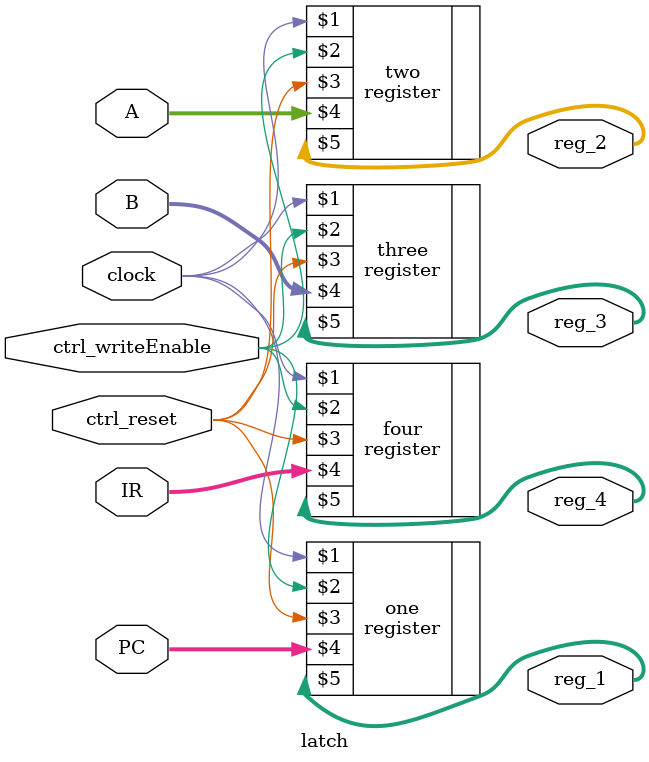
<source format=v>
module latch(clock, ctrl_writeEnable, ctrl_reset, PC, A, B, IR, reg_1, reg_2, reg_3, reg_4);

	input clock, ctrl_writeEnable, ctrl_reset;
	input [31:0] PC, A, B, IR;
	output [31:0] reg_1, reg_2, reg_3, reg_4;


    ///////////////////////////// 4 registers /////////////////////////////
    register one(clock, ctrl_writeEnable, ctrl_reset, PC, reg_1);
    register two(clock, ctrl_writeEnable, ctrl_reset, A, reg_2);
    register three(clock, ctrl_writeEnable, ctrl_reset, B, reg_3);
    register four(clock, ctrl_writeEnable, ctrl_reset, IR, reg_4);

endmodule

</source>
